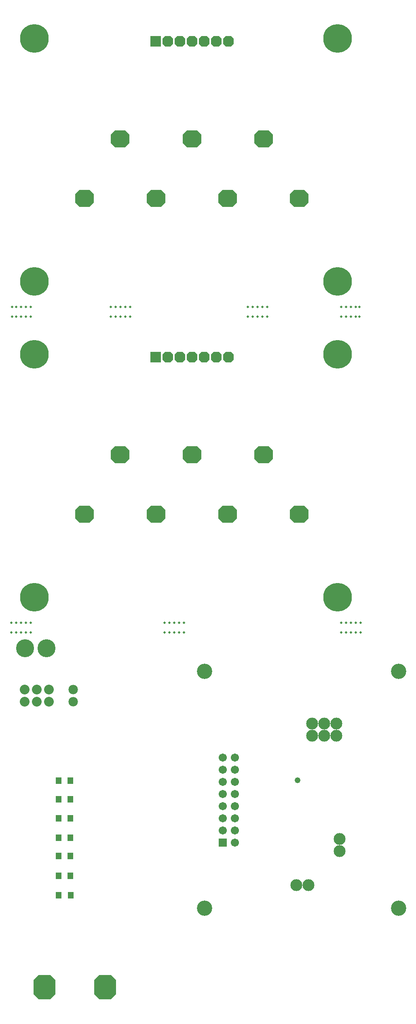
<source format=gts>
G04*
G04 #@! TF.GenerationSoftware,Altium Limited,Altium Designer,18.0.12 (696)*
G04*
G04 Layer_Color=8388736*
%FSAX24Y24*%
%MOIN*%
G70*
G01*
G75*
%ADD20R,0.0513X0.0572*%
%ADD21C,0.0200*%
%ADD22C,0.0780*%
%ADD23C,0.0800*%
%ADD24C,0.0980*%
%ADD25C,0.0671*%
%ADD26R,0.0671X0.0671*%
G04:AMPARAMS|DCode=27|XSize=183mil|YSize=203mil|CornerRadius=0mil|HoleSize=0mil|Usage=FLASHONLY|Rotation=0.000|XOffset=0mil|YOffset=0mil|HoleType=Round|Shape=Octagon|*
%AMOCTAGOND27*
4,1,8,-0.0458,0.1015,0.0458,0.1015,0.0915,0.0558,0.0915,-0.0558,0.0458,-0.1015,-0.0458,-0.1015,-0.0915,-0.0558,-0.0915,0.0558,-0.0458,0.1015,0.0*
%
%ADD27OCTAGOND27*%

%ADD28C,0.1480*%
%ADD29C,0.1260*%
G04:AMPARAMS|DCode=30|XSize=153mil|YSize=143mil|CornerRadius=0mil|HoleSize=0mil|Usage=FLASHONLY|Rotation=0.000|XOffset=0mil|YOffset=0mil|HoleType=Round|Shape=Octagon|*
%AMOCTAGOND30*
4,1,8,0.0765,-0.0358,0.0765,0.0358,0.0408,0.0715,-0.0408,0.0715,-0.0765,0.0358,-0.0765,-0.0358,-0.0408,-0.0715,0.0408,-0.0715,0.0765,-0.0358,0.0*
%
%ADD30OCTAGOND30*%

G04:AMPARAMS|DCode=31|XSize=85mil|YSize=88mil|CornerRadius=0mil|HoleSize=0mil|Usage=FLASHONLY|Rotation=0.000|XOffset=0mil|YOffset=0mil|HoleType=Round|Shape=Octagon|*
%AMOCTAGOND31*
4,1,8,-0.0213,0.0440,0.0213,0.0440,0.0425,0.0228,0.0425,-0.0228,0.0213,-0.0440,-0.0213,-0.0440,-0.0425,-0.0228,-0.0425,0.0228,-0.0213,0.0440,0.0*
%
%ADD31OCTAGOND31*%

%ADD32R,0.0850X0.0880*%
%ADD33C,0.2362*%
%ADD34C,0.0480*%
D20*
X004013Y019565D02*
D03*
X004997D02*
D03*
X005004Y011686D02*
D03*
X004020D02*
D03*
X004013Y018000D02*
D03*
X004997D02*
D03*
X004013Y016410D02*
D03*
X004997D02*
D03*
X004013Y013261D02*
D03*
X004997D02*
D03*
X004008Y014900D02*
D03*
X004992D02*
D03*
X004008Y021100D02*
D03*
X004992D02*
D03*
D21*
X000100Y033300D02*
D03*
X000500D02*
D03*
X000900D02*
D03*
X001300D02*
D03*
X001700D02*
D03*
Y034100D02*
D03*
X001300D02*
D03*
X000900D02*
D03*
X000500D02*
D03*
X000100D02*
D03*
X027300Y033300D02*
D03*
X027700D02*
D03*
X028100D02*
D03*
X028500D02*
D03*
X028900D02*
D03*
Y034100D02*
D03*
X028500D02*
D03*
X028100D02*
D03*
X027700D02*
D03*
X027300D02*
D03*
X012750Y033300D02*
D03*
X013150D02*
D03*
X013550D02*
D03*
X013950D02*
D03*
X014350D02*
D03*
Y034100D02*
D03*
X013950D02*
D03*
X013550D02*
D03*
X013150D02*
D03*
X012750D02*
D03*
X027300Y060101D02*
D03*
X027700D02*
D03*
X028100D02*
D03*
X028500D02*
D03*
X028820D02*
D03*
Y059301D02*
D03*
X028500D02*
D03*
X028100D02*
D03*
X027700D02*
D03*
X027300D02*
D03*
X001700Y060101D02*
D03*
X001300D02*
D03*
X000900D02*
D03*
X000500D02*
D03*
X000180D02*
D03*
Y059301D02*
D03*
X000500D02*
D03*
X000900D02*
D03*
X001300D02*
D03*
X001700D02*
D03*
X009900D02*
D03*
X009500D02*
D03*
X009100D02*
D03*
X008700D02*
D03*
X008300D02*
D03*
Y060101D02*
D03*
X008700D02*
D03*
X009100D02*
D03*
X009500D02*
D03*
X009900D02*
D03*
X019600D02*
D03*
X020000D02*
D03*
X020400D02*
D03*
X020800D02*
D03*
X021200D02*
D03*
Y059301D02*
D03*
X020800D02*
D03*
X020400D02*
D03*
X020000D02*
D03*
X019600D02*
D03*
D22*
X005200Y028600D02*
D03*
Y027600D02*
D03*
D23*
X003200Y028600D02*
D03*
Y027600D02*
D03*
X002200Y028600D02*
D03*
Y027600D02*
D03*
X001200Y028600D02*
D03*
Y027600D02*
D03*
D24*
X026932Y024790D02*
D03*
Y025790D02*
D03*
X025932D02*
D03*
X024932D02*
D03*
Y024790D02*
D03*
X025932D02*
D03*
X027182Y016290D02*
D03*
Y015290D02*
D03*
X024632Y012490D02*
D03*
X023632D02*
D03*
D25*
X018550Y023000D02*
D03*
X017550D02*
D03*
X018550Y022000D02*
D03*
X017550D02*
D03*
X018550Y021000D02*
D03*
X017550D02*
D03*
X018550Y020000D02*
D03*
X017550D02*
D03*
X018550Y019000D02*
D03*
X017550D02*
D03*
X018550Y018000D02*
D03*
X017550D02*
D03*
X018550Y017000D02*
D03*
X017550D02*
D03*
X018550Y016000D02*
D03*
D26*
X017550D02*
D03*
D27*
X002835Y004094D02*
D03*
X007835D02*
D03*
D28*
X003000Y032000D02*
D03*
X001250D02*
D03*
D29*
X016050Y010617D02*
D03*
X032050D02*
D03*
Y030117D02*
D03*
X016050D02*
D03*
D30*
X023858Y069030D02*
D03*
X020906Y073951D02*
D03*
X017953Y069030D02*
D03*
X015000Y073951D02*
D03*
X012047Y069030D02*
D03*
X009094Y073951D02*
D03*
X006142Y069030D02*
D03*
Y043030D02*
D03*
X009094Y047951D02*
D03*
X012047Y043030D02*
D03*
X015000Y047951D02*
D03*
X017953Y043030D02*
D03*
X020906Y047951D02*
D03*
X023858Y043030D02*
D03*
D31*
X014000Y081971D02*
D03*
X013000D02*
D03*
X015000D02*
D03*
X016000D02*
D03*
X017000D02*
D03*
X018000D02*
D03*
Y055971D02*
D03*
X017000D02*
D03*
X016000D02*
D03*
X015000D02*
D03*
X013000D02*
D03*
X014000D02*
D03*
D32*
X012000Y081971D02*
D03*
Y055971D02*
D03*
D33*
X002000Y062201D02*
D03*
Y082201D02*
D03*
X027000D02*
D03*
Y062201D02*
D03*
Y036201D02*
D03*
Y056201D02*
D03*
X002000D02*
D03*
Y036201D02*
D03*
D34*
X023700Y021150D02*
D03*
M02*

</source>
